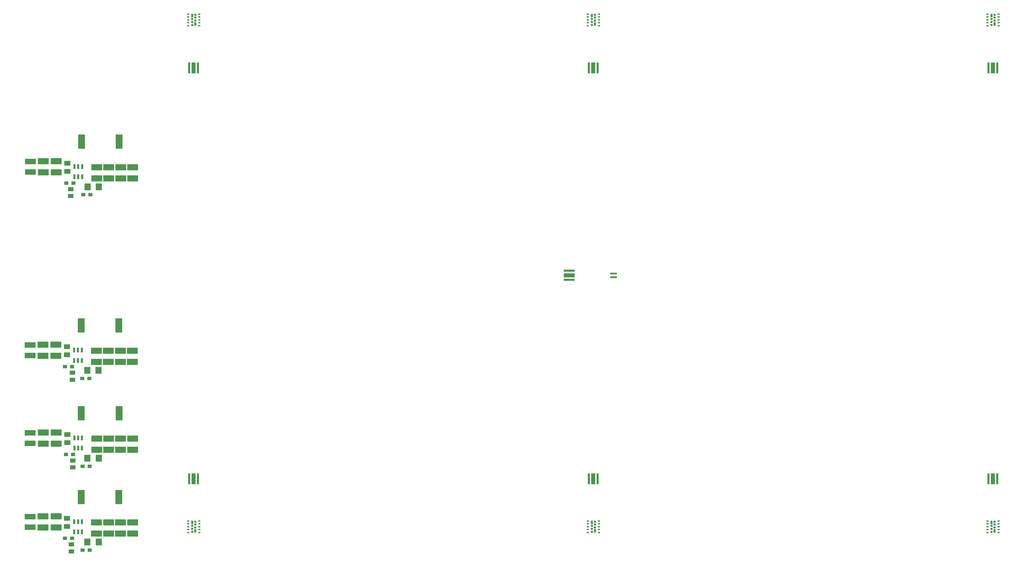
<source format=gbr>
G04 EAGLE Gerber RS-274X export*
G75*
%MOMM*%
%FSLAX34Y34*%
%LPD*%
%INSolderpaste Top*%
%IPPOS*%
%AMOC8*
5,1,8,0,0,1.08239X$1,22.5*%
G01*
%ADD10C,0.090000*%
%ADD11R,0.500000X0.430000*%
%ADD12R,0.500000X0.420000*%
%ADD13R,0.555000X0.830000*%
%ADD14R,0.555000X0.560000*%
%ADD15R,1.000000X2.700000*%
%ADD16R,0.500000X2.700000*%
%ADD17R,2.800000X1.000000*%
%ADD18R,2.800000X0.550000*%
%ADD19R,1.400000X1.100000*%
%ADD20R,0.550000X1.200000*%
%ADD21R,1.016000X0.965200*%
%ADD22R,1.524000X1.143000*%
%ADD23R,2.700000X1.600000*%
%ADD24R,2.800000X1.400000*%
%ADD25R,1.600000X1.803000*%
%ADD26R,1.780000X3.560000*%


D10*
X1541700Y1142700D02*
X1541700Y1146300D01*
X1558300Y1146300D01*
X1558300Y1142700D01*
X1541700Y1142700D01*
X1541700Y1143555D02*
X1558300Y1143555D01*
X1558300Y1144410D02*
X1541700Y1144410D01*
X1541700Y1145265D02*
X1558300Y1145265D01*
X1558300Y1146120D02*
X1541700Y1146120D01*
X1541700Y1137300D02*
X1541700Y1133700D01*
X1541700Y1137300D02*
X1558300Y1137300D01*
X1558300Y1133700D01*
X1541700Y1133700D01*
X1541700Y1134555D02*
X1558300Y1134555D01*
X1558300Y1135410D02*
X1541700Y1135410D01*
X1541700Y1136265D02*
X1558300Y1136265D01*
X1558300Y1137120D02*
X1541700Y1137120D01*
D11*
X486000Y1794350D03*
X486000Y1787150D03*
X486000Y1765650D03*
X486000Y1772850D03*
X514000Y1794350D03*
X514000Y1787150D03*
X514000Y1772850D03*
X514000Y1765650D03*
D12*
X486000Y1780000D03*
X514000Y1780000D03*
D13*
X496275Y1790750D03*
D14*
X496275Y1782000D03*
X496275Y1774600D03*
X496275Y1767200D03*
D13*
X503725Y1769250D03*
D14*
X503725Y1778000D03*
X503725Y1785400D03*
X503725Y1792800D03*
D11*
X1486000Y1794350D03*
X1486000Y1787150D03*
X1486000Y1765650D03*
X1486000Y1772850D03*
X1514000Y1794350D03*
X1514000Y1787150D03*
X1514000Y1772850D03*
X1514000Y1765650D03*
D12*
X1486000Y1780000D03*
X1514000Y1780000D03*
D13*
X1496275Y1790750D03*
D14*
X1496275Y1782000D03*
X1496275Y1774600D03*
X1496275Y1767200D03*
D13*
X1503725Y1769250D03*
D14*
X1503725Y1778000D03*
X1503725Y1785400D03*
X1503725Y1792800D03*
D11*
X2486000Y1794350D03*
X2486000Y1787150D03*
X2486000Y1765650D03*
X2486000Y1772850D03*
X2514000Y1794350D03*
X2514000Y1787150D03*
X2514000Y1772850D03*
X2514000Y1765650D03*
D12*
X2486000Y1780000D03*
X2514000Y1780000D03*
D13*
X2496275Y1790750D03*
D14*
X2496275Y1782000D03*
X2496275Y1774600D03*
X2496275Y1767200D03*
D13*
X2503725Y1769250D03*
D14*
X2503725Y1778000D03*
X2503725Y1785400D03*
X2503725Y1792800D03*
D11*
X2514000Y495650D03*
X2514000Y502850D03*
X2514000Y524350D03*
X2514000Y517150D03*
X2486000Y495650D03*
X2486000Y502850D03*
X2486000Y517150D03*
X2486000Y524350D03*
D12*
X2514000Y510000D03*
X2486000Y510000D03*
D13*
X2503725Y499250D03*
D14*
X2503725Y508000D03*
X2503725Y515400D03*
X2503725Y522800D03*
D13*
X2496275Y520750D03*
D14*
X2496275Y512000D03*
X2496275Y504600D03*
X2496275Y497200D03*
D11*
X1514000Y495650D03*
X1514000Y502850D03*
X1514000Y524350D03*
X1514000Y517150D03*
X1486000Y495650D03*
X1486000Y502850D03*
X1486000Y517150D03*
X1486000Y524350D03*
D12*
X1514000Y510000D03*
X1486000Y510000D03*
D13*
X1503725Y499250D03*
D14*
X1503725Y508000D03*
X1503725Y515400D03*
X1503725Y522800D03*
D13*
X1496275Y520750D03*
D14*
X1496275Y512000D03*
X1496275Y504600D03*
X1496275Y497200D03*
D15*
X500000Y1660000D03*
D16*
X489000Y1660000D03*
X511000Y1660000D03*
D15*
X1500000Y1660000D03*
D16*
X1489000Y1660000D03*
X1511000Y1660000D03*
D15*
X2500000Y1660000D03*
D16*
X2489000Y1660000D03*
X2511000Y1660000D03*
D15*
X2500000Y630000D03*
D16*
X2511000Y630000D03*
X2489000Y630000D03*
D15*
X1500000Y630000D03*
D16*
X1511000Y630000D03*
X1489000Y630000D03*
D15*
X500000Y630000D03*
D16*
X511000Y630000D03*
X489000Y630000D03*
D17*
X1440000Y1140000D03*
D18*
X1440000Y1151250D03*
X1440000Y1128750D03*
D11*
X514000Y495650D03*
X514000Y502850D03*
X514000Y524350D03*
X514000Y517150D03*
X486000Y495650D03*
X486000Y502850D03*
X486000Y517150D03*
X486000Y524350D03*
D12*
X514000Y510000D03*
X486000Y510000D03*
D13*
X503725Y499250D03*
D14*
X503725Y508000D03*
X503725Y515400D03*
X503725Y522800D03*
D13*
X496275Y520750D03*
D14*
X496275Y512000D03*
X496275Y504600D03*
X496275Y497200D03*
D19*
X196725Y895900D03*
X196725Y878400D03*
D20*
X220000Y952700D03*
X210500Y952700D03*
X201000Y952700D03*
X201000Y926700D03*
X210500Y926700D03*
X220000Y926700D03*
D21*
X195615Y910925D03*
X177835Y910925D03*
X239190Y881675D03*
X221410Y881675D03*
D22*
X183000Y961135D03*
X183000Y940815D03*
D23*
X155500Y966200D03*
X155500Y938200D03*
D24*
X90500Y965200D03*
X90500Y939200D03*
D23*
X256725Y950800D03*
X256725Y922800D03*
X286725Y950800D03*
X286725Y922800D03*
D25*
X262095Y901800D03*
X233655Y901800D03*
D26*
X218500Y1014700D03*
X312500Y1014700D03*
D23*
X123000Y966200D03*
X123000Y938200D03*
X316725Y950800D03*
X316725Y922800D03*
X346725Y950800D03*
X346725Y922800D03*
D19*
X194525Y465900D03*
X194525Y448400D03*
D20*
X220300Y522700D03*
X210800Y522700D03*
X201300Y522700D03*
X201300Y496700D03*
X210800Y496700D03*
X220300Y496700D03*
D21*
X195915Y480925D03*
X178135Y480925D03*
X239490Y451675D03*
X221710Y451675D03*
D22*
X183300Y531135D03*
X183300Y510815D03*
D23*
X155800Y536200D03*
X155800Y508200D03*
D24*
X90800Y535200D03*
X90800Y509200D03*
D23*
X257025Y520800D03*
X257025Y492800D03*
X287025Y520800D03*
X287025Y492800D03*
D25*
X262395Y471800D03*
X233955Y471800D03*
D26*
X218800Y584700D03*
X312800Y584700D03*
D23*
X123300Y536200D03*
X123300Y508200D03*
X317025Y520800D03*
X317025Y492800D03*
X347025Y520800D03*
X347025Y492800D03*
D19*
X197325Y675900D03*
X197325Y658400D03*
D20*
X220600Y732700D03*
X211100Y732700D03*
X201600Y732700D03*
X201600Y706700D03*
X211100Y706700D03*
X220600Y706700D03*
D21*
X198715Y690925D03*
X180935Y690925D03*
X239790Y661675D03*
X222010Y661675D03*
D22*
X183600Y741135D03*
X183600Y720815D03*
D23*
X156100Y746200D03*
X156100Y718200D03*
D24*
X91100Y745200D03*
X91100Y719200D03*
D23*
X257325Y730800D03*
X257325Y702800D03*
X287325Y730800D03*
X287325Y702800D03*
D25*
X262695Y681800D03*
X234255Y681800D03*
D26*
X219100Y794700D03*
X313100Y794700D03*
D23*
X123600Y746200D03*
X123600Y718200D03*
X317325Y730800D03*
X317325Y702800D03*
X347325Y730800D03*
X347325Y702800D03*
D19*
X192625Y1355900D03*
X192625Y1338400D03*
D20*
X220900Y1412700D03*
X211400Y1412700D03*
X201900Y1412700D03*
X201900Y1386700D03*
X211400Y1386700D03*
X220900Y1386700D03*
D21*
X199015Y1370925D03*
X181235Y1370925D03*
X241340Y1341675D03*
X223560Y1341675D03*
D22*
X183900Y1421135D03*
X183900Y1400815D03*
D23*
X156400Y1426200D03*
X156400Y1398200D03*
D24*
X91400Y1425200D03*
X91400Y1399200D03*
D23*
X257625Y1410800D03*
X257625Y1382800D03*
X287625Y1410800D03*
X287625Y1382800D03*
D25*
X262995Y1361800D03*
X234555Y1361800D03*
D26*
X219400Y1474700D03*
X313400Y1474700D03*
D23*
X123900Y1426200D03*
X123900Y1398200D03*
X317625Y1410800D03*
X317625Y1382800D03*
X347625Y1410800D03*
X347625Y1382800D03*
M02*

</source>
